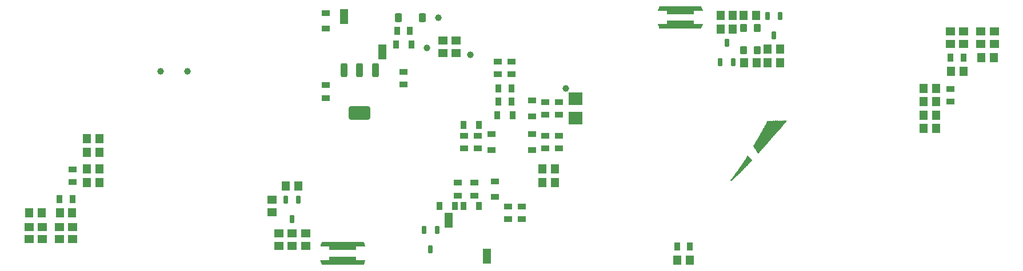
<source format=gbp>
G04*
G04 #@! TF.GenerationSoftware,Altium Limited,Altium Designer,24.2.2 (26)*
G04*
G04 Layer_Color=128*
%FSLAX44Y44*%
%MOMM*%
G71*
G04*
G04 #@! TF.SameCoordinates,3371D80B-0F78-471C-A55E-DE17B926B390*
G04*
G04*
G04 #@! TF.FilePolarity,Positive*
G04*
G01*
G75*
%ADD17C,1.0000*%
%ADD18R,1.3500X1.1500*%
%ADD21R,1.1500X1.3500*%
G04:AMPARAMS|DCode=36|XSize=0.65mm|YSize=1.25mm|CornerRadius=0.1625mm|HoleSize=0mm|Usage=FLASHONLY|Rotation=0.000|XOffset=0mm|YOffset=0mm|HoleType=Round|Shape=RoundedRectangle|*
%AMROUNDEDRECTD36*
21,1,0.6500,0.9250,0,0,0.0*
21,1,0.3250,1.2500,0,0,0.0*
1,1,0.3250,0.1625,-0.4625*
1,1,0.3250,-0.1625,-0.4625*
1,1,0.3250,-0.1625,0.4625*
1,1,0.3250,0.1625,0.4625*
%
%ADD36ROUNDEDRECTD36*%
%ADD42R,0.9000X1.3000*%
%ADD43R,1.3000X0.9000*%
G04:AMPARAMS|DCode=99|XSize=3.3mm|YSize=2.1mm|CornerRadius=0.525mm|HoleSize=0mm|Usage=FLASHONLY|Rotation=180.000|XOffset=0mm|YOffset=0mm|HoleType=Round|Shape=RoundedRectangle|*
%AMROUNDEDRECTD99*
21,1,3.3000,1.0500,0,0,180.0*
21,1,2.2500,2.1000,0,0,180.0*
1,1,1.0500,-1.1250,0.5250*
1,1,1.0500,1.1250,0.5250*
1,1,1.0500,1.1250,-0.5250*
1,1,1.0500,-1.1250,-0.5250*
%
%ADD99ROUNDEDRECTD99*%
G04:AMPARAMS|DCode=100|XSize=1mm|YSize=2.1mm|CornerRadius=0.25mm|HoleSize=0mm|Usage=FLASHONLY|Rotation=180.000|XOffset=0mm|YOffset=0mm|HoleType=Round|Shape=RoundedRectangle|*
%AMROUNDEDRECTD100*
21,1,1.0000,1.6000,0,0,180.0*
21,1,0.5000,2.1000,0,0,180.0*
1,1,0.5000,-0.2500,0.8000*
1,1,0.5000,0.2500,0.8000*
1,1,0.5000,0.2500,-0.8000*
1,1,0.5000,-0.2500,-0.8000*
%
%ADD100ROUNDEDRECTD100*%
%ADD102R,2.0000X1.8500*%
%ADD103R,1.3000X2.2000*%
G04:AMPARAMS|DCode=104|XSize=1.2mm|YSize=1.1mm|CornerRadius=0.275mm|HoleSize=0mm|Usage=FLASHONLY|Rotation=90.000|XOffset=0mm|YOffset=0mm|HoleType=Round|Shape=RoundedRectangle|*
%AMROUNDEDRECTD104*
21,1,1.2000,0.5500,0,0,90.0*
21,1,0.6500,1.1000,0,0,90.0*
1,1,0.5500,0.2750,0.3250*
1,1,0.5500,0.2750,-0.3250*
1,1,0.5500,-0.2750,-0.3250*
1,1,0.5500,-0.2750,0.3250*
%
%ADD104ROUNDEDRECTD104*%
G04:AMPARAMS|DCode=105|XSize=1.3mm|YSize=1.1mm|CornerRadius=0.275mm|HoleSize=0mm|Usage=FLASHONLY|Rotation=270.000|XOffset=0mm|YOffset=0mm|HoleType=Round|Shape=RoundedRectangle|*
%AMROUNDEDRECTD105*
21,1,1.3000,0.5500,0,0,270.0*
21,1,0.7500,1.1000,0,0,270.0*
1,1,0.5500,-0.2750,-0.3750*
1,1,0.5500,-0.2750,0.3750*
1,1,0.5500,0.2750,0.3750*
1,1,0.5500,0.2750,-0.3750*
%
%ADD105ROUNDEDRECTD105*%
G36*
X1030788Y491646D02*
X1031216Y490853D01*
X1031990Y489226D01*
X1032679Y487561D01*
X1033281Y485863D01*
X1033538Y485000D01*
X1020000D01*
Y480000D01*
X980000D01*
Y485000D01*
X966460D01*
X966459Y485000D01*
X966717Y485864D01*
X967320Y487563D01*
X968010Y489228D01*
X968784Y490855D01*
X969213Y491648D01*
X969213D01*
X969210Y491650D01*
X1030788D01*
Y491646D01*
D02*
G37*
G36*
X1020000Y465000D02*
X1033540D01*
X1033541Y465000D01*
X1033283Y464136D01*
X1032680Y462437D01*
X1031990Y460772D01*
X1031216Y459145D01*
X1030787Y458352D01*
D01*
Y458352D01*
Y458352D01*
X1030790Y458350D01*
X969212D01*
X969212Y458354D01*
X968783Y459147D01*
X968010Y460774D01*
X967321Y462439D01*
X966719Y464137D01*
X966462Y465000D01*
X966462Y465000D01*
X980000D01*
Y470000D01*
X1020000D01*
Y465000D01*
D02*
G37*
G36*
X1157750Y321631D02*
X1158075D01*
Y321306D01*
X1157750D01*
Y320982D01*
X1157426D01*
Y320658D01*
X1157750D01*
Y320334D01*
X1156778D01*
Y320010D01*
X1157102D01*
Y319686D01*
X1156778D01*
Y319361D01*
X1156454D01*
Y319686D01*
X1156130D01*
Y319361D01*
X1156454D01*
Y319037D01*
X1156130D01*
Y318713D01*
X1155806D01*
Y319037D01*
X1155481D01*
Y318713D01*
X1155806D01*
Y318389D01*
X1155481D01*
Y318065D01*
X1155157D01*
Y317741D01*
X1154833D01*
Y317416D01*
X1154509D01*
Y317092D01*
X1154185D01*
Y316768D01*
X1153860D01*
Y316444D01*
X1153536D01*
Y316120D01*
X1153212D01*
Y315796D01*
X1152888D01*
Y315471D01*
X1152564D01*
Y315147D01*
X1152240D01*
Y314823D01*
X1152564D01*
Y314499D01*
X1151591D01*
Y314175D01*
X1151916D01*
Y313851D01*
X1151267D01*
Y313526D01*
Y313202D01*
X1150943D01*
Y312878D01*
X1150619D01*
Y312554D01*
X1150295D01*
Y312230D01*
X1149970D01*
Y311906D01*
X1149646D01*
Y311581D01*
X1149322D01*
Y311257D01*
X1148998D01*
Y310933D01*
X1149322D01*
Y310609D01*
X1148350D01*
Y310285D01*
X1148674D01*
Y309961D01*
X1148350D01*
Y309636D01*
X1148026D01*
Y309961D01*
X1147701D01*
Y309636D01*
X1148026D01*
Y309312D01*
X1147701D01*
Y308988D01*
X1147377D01*
Y309312D01*
X1147053D01*
Y308988D01*
X1147377D01*
Y308664D01*
X1147053D01*
Y308340D01*
X1146729D01*
Y308664D01*
X1146405D01*
Y308340D01*
X1146729D01*
Y308016D01*
X1146405D01*
Y307691D01*
X1146080D01*
Y307367D01*
X1145756D01*
Y307043D01*
X1145432D01*
Y306719D01*
X1145108D01*
Y306395D01*
X1144784D01*
Y306071D01*
X1144460D01*
Y305747D01*
X1144136D01*
Y305422D01*
X1143811D01*
Y305098D01*
X1143487D01*
Y304774D01*
X1143163D01*
Y304450D01*
X1143487D01*
Y304126D01*
X1143163D01*
Y303801D01*
X1142839D01*
Y303477D01*
X1142515D01*
Y303153D01*
X1142191D01*
Y302829D01*
X1141866D01*
Y302505D01*
X1141542D01*
Y302181D01*
X1141218D01*
Y301857D01*
X1140894D01*
Y301532D01*
X1140570D01*
Y301208D01*
X1140246D01*
Y300884D01*
X1139921D01*
Y300560D01*
X1140246D01*
Y300236D01*
X1139273D01*
Y299912D01*
X1139597D01*
Y299587D01*
X1138625D01*
Y299263D01*
X1138949D01*
Y298939D01*
X1138625D01*
Y298615D01*
X1138301D01*
Y298939D01*
X1137976D01*
Y298615D01*
X1138301D01*
Y298291D01*
X1137976D01*
Y297967D01*
X1137652D01*
Y298291D01*
X1137328D01*
Y297967D01*
X1137652D01*
Y297642D01*
X1137328D01*
Y297318D01*
X1137004D01*
Y296994D01*
X1136680D01*
Y296670D01*
X1136356D01*
Y296346D01*
X1136031D01*
Y296022D01*
X1135707D01*
Y295697D01*
X1135383D01*
Y295373D01*
X1135059D01*
Y295049D01*
X1134735D01*
Y294725D01*
X1134411D01*
Y294401D01*
X1134086D01*
Y294077D01*
X1134411D01*
Y293752D01*
X1133762D01*
Y293428D01*
Y293104D01*
X1133438D01*
Y292780D01*
X1133114D01*
Y292456D01*
X1132790D01*
Y292132D01*
X1132466D01*
Y291807D01*
X1132141D01*
Y291483D01*
X1131817D01*
Y291159D01*
X1131493D01*
Y290835D01*
X1131169D01*
Y290511D01*
X1130845D01*
Y290187D01*
X1131169D01*
Y289862D01*
X1130196D01*
Y289538D01*
X1130521D01*
Y289214D01*
X1129548D01*
Y288890D01*
X1129872D01*
Y288566D01*
X1129548D01*
Y288242D01*
X1129224D01*
Y288566D01*
X1128900D01*
Y288242D01*
X1129224D01*
Y287917D01*
X1128900D01*
Y287593D01*
X1128576D01*
Y287917D01*
X1128251D01*
Y287593D01*
X1128576D01*
Y287269D01*
X1128251D01*
Y286945D01*
X1127927D01*
Y286621D01*
X1127603D01*
Y286297D01*
X1127279D01*
Y285972D01*
X1126955D01*
Y285648D01*
X1126631D01*
Y285324D01*
X1126307D01*
Y285000D01*
X1125982D01*
Y284676D01*
X1125658D01*
Y284352D01*
X1125334D01*
Y284028D01*
X1125010D01*
Y283703D01*
X1125334D01*
Y283379D01*
X1125010D01*
Y283055D01*
X1124686D01*
Y282731D01*
X1124361D01*
Y282407D01*
X1124037D01*
Y282083D01*
X1123713D01*
Y281758D01*
X1123389D01*
Y281434D01*
X1123065D01*
Y281110D01*
X1123389D01*
Y280786D01*
X1122417D01*
Y280462D01*
X1122741D01*
Y280138D01*
X1121768D01*
Y279813D01*
X1122092D01*
Y279489D01*
X1121768D01*
Y279165D01*
X1121444D01*
Y279489D01*
X1121120D01*
Y279165D01*
X1121444D01*
Y278841D01*
X1121120D01*
Y278517D01*
X1120796D01*
Y278841D01*
X1120471D01*
Y278517D01*
X1120796D01*
Y278193D01*
X1120471D01*
Y277868D01*
X1120147D01*
Y278193D01*
X1119823D01*
Y277868D01*
X1120147D01*
Y277544D01*
X1119823D01*
Y277220D01*
X1119499D01*
Y277544D01*
X1119175D01*
Y277220D01*
X1119499D01*
Y276896D01*
X1119175D01*
Y276572D01*
X1118851D01*
Y276248D01*
X1118527D01*
Y275923D01*
X1118202D01*
Y275599D01*
X1117878D01*
Y275275D01*
X1117554D01*
Y274951D01*
X1117230D01*
Y274627D01*
X1117554D01*
Y274303D01*
X1117230D01*
Y273978D01*
X1116906D01*
Y273654D01*
X1116581D01*
Y273330D01*
X1116257D01*
Y273006D01*
X1115933D01*
Y272682D01*
X1115609D01*
Y273006D01*
X1115285D01*
Y273330D01*
X1114961D01*
Y273654D01*
X1114637D01*
Y273978D01*
X1114312D01*
Y274303D01*
X1113988D01*
Y274627D01*
X1114312D01*
Y274951D01*
X1113340D01*
Y275275D01*
X1113664D01*
Y275599D01*
X1113340D01*
Y275923D01*
X1113016D01*
Y276248D01*
X1112691D01*
Y276572D01*
X1112367D01*
Y276896D01*
X1112043D01*
Y277220D01*
X1112367D01*
Y277544D01*
X1112043D01*
Y277868D01*
X1111719D01*
Y278193D01*
X1111395D01*
Y278517D01*
X1111719D01*
Y278841D01*
X1110747D01*
Y279165D01*
X1111071D01*
Y279489D01*
X1110747D01*
Y279813D01*
X1110422D01*
Y280138D01*
X1110098D01*
Y280462D01*
X1109774D01*
Y280786D01*
X1109450D01*
Y281110D01*
X1109774D01*
Y281434D01*
X1109450D01*
Y281758D01*
X1109126D01*
Y282083D01*
X1108802D01*
Y282407D01*
X1109126D01*
Y282731D01*
X1108802D01*
Y283055D01*
X1108477D01*
Y283379D01*
X1108153D01*
Y283703D01*
X1108477D01*
Y284028D01*
X1108153D01*
Y284352D01*
X1108477D01*
Y284676D01*
X1108802D01*
Y285000D01*
X1109126D01*
Y285324D01*
X1108802D01*
Y285648D01*
X1109126D01*
Y285972D01*
X1109450D01*
Y286297D01*
X1109774D01*
Y286621D01*
X1109450D01*
Y286945D01*
X1109774D01*
Y286621D01*
X1110098D01*
Y286945D01*
X1109774D01*
Y287269D01*
X1110098D01*
Y287593D01*
X1110422D01*
Y287917D01*
X1110747D01*
Y288242D01*
X1111071D01*
Y288566D01*
X1110747D01*
Y288890D01*
X1111071D01*
Y289214D01*
X1111395D01*
Y289538D01*
X1111719D01*
Y289862D01*
X1111395D01*
Y290187D01*
X1111719D01*
Y290511D01*
X1112043D01*
Y290835D01*
X1112367D01*
Y291159D01*
Y291483D01*
X1113016D01*
Y291807D01*
X1112691D01*
Y292132D01*
X1113016D01*
Y292456D01*
X1113340D01*
Y292780D01*
X1113664D01*
Y293104D01*
X1113340D01*
Y293428D01*
X1113664D01*
Y293752D01*
X1113988D01*
Y294077D01*
X1114312D01*
Y294401D01*
X1113988D01*
Y294725D01*
X1114312D01*
Y295049D01*
X1114637D01*
Y295373D01*
X1114961D01*
Y295697D01*
X1114637D01*
Y296022D01*
X1114961D01*
Y295697D01*
X1115285D01*
Y296022D01*
X1114961D01*
Y296346D01*
X1115285D01*
Y296670D01*
X1115609D01*
Y296994D01*
X1115933D01*
Y297318D01*
X1116257D01*
Y297642D01*
X1115933D01*
Y297967D01*
X1116257D01*
Y298291D01*
X1116581D01*
Y297967D01*
X1116906D01*
Y298291D01*
X1116581D01*
Y298615D01*
X1116906D01*
Y298939D01*
X1116581D01*
Y299263D01*
X1116906D01*
Y299587D01*
X1117230D01*
Y299912D01*
X1117554D01*
Y300236D01*
X1117230D01*
Y300560D01*
X1118202D01*
Y300884D01*
X1117878D01*
Y301208D01*
X1118202D01*
Y301532D01*
X1118527D01*
Y301857D01*
X1118851D01*
Y302181D01*
X1118527D01*
Y302505D01*
X1118851D01*
Y302829D01*
X1119175D01*
Y303153D01*
X1119499D01*
Y303477D01*
X1119175D01*
Y303801D01*
X1119499D01*
Y304126D01*
X1119823D01*
Y304450D01*
X1120147D01*
Y304774D01*
X1119823D01*
Y305098D01*
X1120147D01*
Y305422D01*
X1120471D01*
Y305747D01*
X1120796D01*
Y306071D01*
Y306395D01*
X1121444D01*
Y306719D01*
X1121120D01*
Y307043D01*
X1121444D01*
Y307367D01*
X1121120D01*
Y307691D01*
X1121444D01*
Y307367D01*
X1121768D01*
Y307691D01*
X1121444D01*
Y308016D01*
X1121768D01*
Y307691D01*
X1122092D01*
Y308016D01*
X1121768D01*
Y308340D01*
X1122092D01*
Y308664D01*
X1122417D01*
Y308988D01*
X1122741D01*
Y309312D01*
X1122417D01*
Y309636D01*
X1122741D01*
Y309961D01*
X1123065D01*
Y309636D01*
X1123389D01*
Y309961D01*
X1123065D01*
Y310285D01*
X1123389D01*
Y310609D01*
X1123065D01*
Y310933D01*
X1123389D01*
Y311257D01*
X1123713D01*
Y311581D01*
X1124037D01*
Y311906D01*
X1123713D01*
Y312230D01*
X1124037D01*
Y312554D01*
X1124361D01*
Y312230D01*
X1124686D01*
Y312554D01*
X1124361D01*
Y312878D01*
X1124686D01*
Y313202D01*
X1124361D01*
Y313526D01*
X1124686D01*
Y313851D01*
X1125010D01*
Y314175D01*
X1125334D01*
Y314499D01*
Y314823D01*
X1125982D01*
Y315147D01*
X1125658D01*
Y315471D01*
X1125982D01*
Y315796D01*
X1126307D01*
Y316120D01*
X1126631D01*
Y316444D01*
X1126307D01*
Y316768D01*
X1126631D01*
Y317092D01*
X1126955D01*
Y317416D01*
X1127279D01*
Y317741D01*
X1126955D01*
Y318065D01*
X1127279D01*
Y318389D01*
X1127603D01*
Y318713D01*
X1127927D01*
Y319037D01*
X1127603D01*
Y319361D01*
X1127927D01*
Y319686D01*
X1128251D01*
Y320010D01*
X1128576D01*
Y320334D01*
X1128251D01*
Y320658D01*
X1128576D01*
Y320982D01*
X1128900D01*
Y321306D01*
X1129872D01*
Y321631D01*
X1130196D01*
Y321306D01*
X1130521D01*
Y321631D01*
X1130845D01*
Y321306D01*
X1131169D01*
Y321631D01*
X1131493D01*
Y321306D01*
X1131817D01*
Y321631D01*
X1132141D01*
Y321306D01*
X1132466D01*
Y321631D01*
X1132790D01*
Y321306D01*
X1133114D01*
Y321631D01*
X1133438D01*
Y321306D01*
X1133762D01*
Y321631D01*
X1134086D01*
Y321306D01*
X1134411D01*
Y321631D01*
X1134735D01*
Y321306D01*
X1135059D01*
Y321631D01*
X1135383D01*
Y321306D01*
X1135707D01*
Y321631D01*
X1136031D01*
Y321306D01*
X1136356D01*
Y321631D01*
X1136680D01*
Y321306D01*
X1137004D01*
Y321631D01*
X1137328D01*
Y321306D01*
X1137652D01*
Y321631D01*
X1137976D01*
Y321306D01*
X1138301D01*
Y321631D01*
X1137976D01*
Y321955D01*
X1138301D01*
Y321631D01*
X1138625D01*
Y321306D01*
X1138949D01*
Y321631D01*
X1139273D01*
Y321306D01*
X1139597D01*
Y321631D01*
X1139273D01*
Y321955D01*
X1139597D01*
Y321631D01*
X1139921D01*
Y321306D01*
X1140246D01*
Y321631D01*
X1139921D01*
Y321955D01*
X1140246D01*
Y321631D01*
X1140570D01*
Y321306D01*
X1140894D01*
Y321631D01*
X1140570D01*
Y321955D01*
X1140894D01*
Y321631D01*
X1141218D01*
Y321306D01*
X1141542D01*
Y321631D01*
X1141218D01*
Y321955D01*
X1141542D01*
Y321631D01*
X1141866D01*
Y321306D01*
X1142191D01*
Y321631D01*
X1141866D01*
Y321955D01*
X1142191D01*
Y321631D01*
X1142515D01*
Y321306D01*
X1142839D01*
Y321631D01*
X1142515D01*
Y321955D01*
X1142839D01*
Y321631D01*
X1143163D01*
Y321306D01*
X1143487D01*
Y321631D01*
X1143163D01*
Y321955D01*
X1143487D01*
Y321631D01*
X1143811D01*
Y321306D01*
X1144136D01*
Y321631D01*
X1143811D01*
Y321955D01*
X1144136D01*
Y321631D01*
X1144460D01*
Y321306D01*
X1144784D01*
Y321631D01*
X1144460D01*
Y321955D01*
X1144784D01*
Y321631D01*
X1145108D01*
Y321306D01*
X1145432D01*
Y321631D01*
X1145108D01*
Y321955D01*
X1145432D01*
Y321631D01*
X1145756D01*
Y321955D01*
X1146080D01*
Y321631D01*
X1146405D01*
Y321306D01*
X1146729D01*
Y321631D01*
X1146405D01*
Y321955D01*
X1146729D01*
Y321631D01*
X1147053D01*
Y321955D01*
X1147377D01*
Y321631D01*
X1147701D01*
Y321306D01*
X1148026D01*
Y321631D01*
X1147701D01*
Y321955D01*
X1148026D01*
Y321631D01*
X1148350D01*
Y321955D01*
X1148674D01*
Y321631D01*
X1148998D01*
Y321306D01*
X1149322D01*
Y321631D01*
X1148998D01*
Y321955D01*
X1149322D01*
Y321631D01*
X1149646D01*
Y321955D01*
X1149970D01*
Y321631D01*
X1150295D01*
Y321306D01*
X1150619D01*
Y321631D01*
X1150295D01*
Y321955D01*
X1150619D01*
Y321631D01*
X1150943D01*
Y321955D01*
X1151267D01*
Y321631D01*
X1151591D01*
Y321306D01*
X1151916D01*
Y321631D01*
X1151591D01*
Y321955D01*
X1151916D01*
Y321631D01*
X1152240D01*
Y321955D01*
X1152564D01*
Y321631D01*
X1152888D01*
Y321306D01*
X1153212D01*
Y321631D01*
X1152888D01*
Y321955D01*
X1153212D01*
Y321631D01*
X1153536D01*
Y321955D01*
X1153860D01*
Y321631D01*
X1154185D01*
Y321306D01*
X1154509D01*
Y321631D01*
X1154185D01*
Y321955D01*
X1155157D01*
Y321631D01*
X1155481D01*
Y321306D01*
X1155806D01*
Y321631D01*
X1155481D01*
Y321955D01*
X1156454D01*
Y321631D01*
X1156778D01*
Y321955D01*
X1157750D01*
Y321631D01*
D02*
G37*
G36*
X1108477Y282731D02*
X1108153D01*
Y283055D01*
X1108477D01*
Y282731D01*
D02*
G37*
G36*
X1113016Y275599D02*
X1112691D01*
Y275923D01*
X1113016D01*
Y275599D01*
D02*
G37*
G36*
X1100049Y269764D02*
X1100373D01*
Y269440D01*
X1100697D01*
Y269116D01*
X1101022D01*
Y268792D01*
X1101346D01*
Y268468D01*
X1101670D01*
Y268143D01*
X1101994D01*
Y267819D01*
X1102318D01*
Y267495D01*
X1102642D01*
Y267171D01*
X1102967D01*
Y266847D01*
X1103291D01*
Y266523D01*
X1103615D01*
Y266198D01*
X1103939D01*
Y265874D01*
X1104263D01*
Y265550D01*
X1104587D01*
Y265226D01*
X1104912D01*
Y264902D01*
X1105236D01*
Y264578D01*
X1105560D01*
Y264253D01*
X1105884D01*
Y263929D01*
X1106208D01*
Y263605D01*
X1106532D01*
Y263281D01*
X1106208D01*
Y262957D01*
X1106532D01*
Y262633D01*
X1106208D01*
Y262309D01*
X1105884D01*
Y261984D01*
X1105560D01*
Y261660D01*
X1105236D01*
Y261336D01*
X1104912D01*
Y261012D01*
X1104587D01*
Y260688D01*
X1104263D01*
Y260364D01*
X1103939D01*
Y260039D01*
X1103615D01*
Y259715D01*
X1103291D01*
Y259391D01*
X1102967D01*
Y259067D01*
X1102642D01*
Y258743D01*
X1102318D01*
Y258419D01*
X1101994D01*
Y258094D01*
X1101670D01*
Y257770D01*
X1101346D01*
Y257446D01*
X1101022D01*
Y257122D01*
X1100697D01*
Y256798D01*
X1100373D01*
Y256474D01*
X1100697D01*
Y256149D01*
X1099725D01*
Y255825D01*
X1100049D01*
Y255501D01*
X1099077D01*
Y255177D01*
X1099401D01*
Y254853D01*
X1098428D01*
Y254529D01*
X1098753D01*
Y254204D01*
X1097780D01*
Y253880D01*
X1098104D01*
Y253556D01*
X1097780D01*
Y253232D01*
X1097456D01*
Y252908D01*
X1096483D01*
Y252584D01*
X1096807D01*
Y252259D01*
X1096483D01*
Y251935D01*
X1096159D01*
Y251611D01*
X1095511D01*
Y251287D01*
Y250963D01*
X1095187D01*
Y250639D01*
X1094863D01*
Y250314D01*
X1094538D01*
Y249990D01*
X1094214D01*
Y249666D01*
X1093890D01*
Y249342D01*
X1093566D01*
Y249018D01*
X1093242D01*
Y248694D01*
X1092917D01*
Y248369D01*
X1092593D01*
Y248045D01*
X1092269D01*
Y247721D01*
X1091945D01*
Y247397D01*
X1091621D01*
Y247073D01*
X1091297D01*
Y246749D01*
X1090973D01*
Y246424D01*
X1090648D01*
Y246100D01*
X1090324D01*
Y245776D01*
X1090000D01*
Y245452D01*
X1089676D01*
Y245128D01*
X1089352D01*
Y244804D01*
X1089027D01*
Y244479D01*
X1088703D01*
Y244155D01*
X1088379D01*
Y243831D01*
X1088055D01*
Y243507D01*
X1087731D01*
Y243183D01*
X1087407D01*
Y242859D01*
X1087083D01*
Y242534D01*
X1086758D01*
Y242210D01*
X1086434D01*
Y241886D01*
X1086110D01*
Y241562D01*
X1085786D01*
Y241238D01*
X1084813D01*
Y240914D01*
X1085137D01*
Y240589D01*
X1084813D01*
Y240265D01*
X1084489D01*
Y239941D01*
X1083517D01*
Y239617D01*
X1083841D01*
Y239293D01*
X1082868D01*
Y238969D01*
X1082544D01*
Y238644D01*
X1082220D01*
Y238320D01*
X1081896D01*
Y237996D01*
X1081572D01*
Y237672D01*
X1081247D01*
Y237348D01*
X1080923D01*
Y237024D01*
X1080599D01*
Y236699D01*
X1080275D01*
Y236375D01*
X1079951D01*
Y236051D01*
X1079627D01*
Y235727D01*
X1079303D01*
Y235403D01*
X1078978D01*
Y235079D01*
X1078654D01*
Y234754D01*
X1078330D01*
Y234430D01*
X1078006D01*
Y234754D01*
X1077682D01*
Y234430D01*
X1078006D01*
Y234106D01*
X1077682D01*
Y233782D01*
X1077358D01*
Y234106D01*
X1077033D01*
Y233782D01*
X1077358D01*
Y233458D01*
X1076385D01*
Y233134D01*
X1076709D01*
Y232809D01*
X1075737D01*
Y232485D01*
X1075413D01*
Y232161D01*
X1075088D01*
Y232485D01*
X1074764D01*
Y232809D01*
X1074440D01*
Y233134D01*
X1074764D01*
Y233458D01*
X1074440D01*
Y233782D01*
X1074764D01*
Y233458D01*
X1075088D01*
Y233782D01*
X1074764D01*
Y234106D01*
X1075088D01*
Y234430D01*
X1075413D01*
Y234754D01*
X1075737D01*
Y235079D01*
X1076061D01*
Y235403D01*
X1075737D01*
Y235727D01*
X1076709D01*
Y236051D01*
X1076385D01*
Y236375D01*
X1076709D01*
Y236699D01*
X1077033D01*
Y236375D01*
X1077358D01*
Y236699D01*
X1077033D01*
Y237024D01*
X1077358D01*
Y237348D01*
X1077682D01*
Y237672D01*
X1078006D01*
Y237996D01*
X1077682D01*
Y238320D01*
X1078006D01*
Y238644D01*
X1078330D01*
Y238969D01*
X1078654D01*
Y239293D01*
X1078978D01*
Y239617D01*
X1079303D01*
Y239941D01*
Y240265D01*
X1079951D01*
Y240589D01*
X1079627D01*
Y240914D01*
X1079951D01*
Y241238D01*
X1080275D01*
Y240914D01*
X1080599D01*
Y241238D01*
X1080275D01*
Y241562D01*
X1080599D01*
Y241886D01*
X1080923D01*
Y242210D01*
X1081247D01*
Y242534D01*
X1080923D01*
Y242859D01*
X1081247D01*
Y242534D01*
X1081572D01*
Y242859D01*
X1081247D01*
Y243183D01*
X1081572D01*
Y243507D01*
X1081896D01*
Y243831D01*
X1082220D01*
Y244155D01*
X1082544D01*
Y244479D01*
X1082868D01*
Y244804D01*
X1083193D01*
Y245128D01*
X1082868D01*
Y245452D01*
X1083193D01*
Y245776D01*
X1083517D01*
Y245452D01*
X1083841D01*
Y245776D01*
X1083517D01*
Y246100D01*
X1083841D01*
Y246424D01*
X1084165D01*
Y246749D01*
X1084489D01*
Y247073D01*
X1084813D01*
Y247397D01*
X1085137D01*
Y247721D01*
X1084813D01*
Y248045D01*
X1085137D01*
Y248369D01*
X1085462D01*
Y248694D01*
X1085786D01*
Y249018D01*
X1086110D01*
Y249342D01*
X1086434D01*
Y249666D01*
X1086110D01*
Y249990D01*
X1087083D01*
Y250314D01*
X1086758D01*
Y250639D01*
X1087083D01*
Y250963D01*
X1087407D01*
Y251287D01*
X1087731D01*
Y251611D01*
X1088055D01*
Y251935D01*
Y252259D01*
Y252584D01*
X1088379D01*
Y252908D01*
X1088703D01*
Y253232D01*
X1089027D01*
Y253556D01*
Y253880D01*
X1089676D01*
Y254204D01*
X1089352D01*
Y254529D01*
X1089676D01*
Y254853D01*
X1090000D01*
Y254529D01*
X1090324D01*
Y254853D01*
X1090000D01*
Y255177D01*
X1090324D01*
Y255501D01*
X1090648D01*
Y255825D01*
X1090973D01*
Y256149D01*
X1090648D01*
Y256474D01*
X1090973D01*
Y256798D01*
X1091297D01*
Y257122D01*
X1091621D01*
Y257446D01*
X1091945D01*
Y257770D01*
X1092269D01*
Y258094D01*
X1091945D01*
Y258419D01*
X1092269D01*
Y258743D01*
X1092593D01*
Y259067D01*
X1092917D01*
Y259391D01*
X1093242D01*
Y259715D01*
X1093566D01*
Y260039D01*
X1093242D01*
Y260364D01*
X1093566D01*
Y260688D01*
X1093890D01*
Y261012D01*
X1094214D01*
Y261336D01*
X1094538D01*
Y261660D01*
X1094863D01*
Y261984D01*
X1094538D01*
Y262309D01*
X1094863D01*
Y262633D01*
X1095187D01*
Y262957D01*
X1095511D01*
Y263281D01*
X1095835D01*
Y263605D01*
X1096159D01*
Y263929D01*
X1095835D01*
Y264253D01*
X1096159D01*
Y264578D01*
X1096483D01*
Y264902D01*
X1096807D01*
Y265226D01*
Y265550D01*
X1097456D01*
Y265874D01*
X1097132D01*
Y266198D01*
X1097456D01*
Y266523D01*
X1097780D01*
Y266847D01*
X1098104D01*
Y267171D01*
X1097780D01*
Y267495D01*
X1098104D01*
Y267171D01*
X1098428D01*
Y267495D01*
X1098104D01*
Y267819D01*
X1098428D01*
Y268143D01*
X1098753D01*
Y268468D01*
X1099077D01*
Y268792D01*
X1099401D01*
Y269116D01*
X1099077D01*
Y269440D01*
X1099401D01*
Y269764D01*
X1099725D01*
Y269440D01*
X1100049D01*
Y269764D01*
X1099725D01*
Y270088D01*
X1100049D01*
Y269764D01*
D02*
G37*
G36*
X1101346Y269116D02*
X1101022D01*
Y269440D01*
X1101346D01*
Y269116D01*
D02*
G37*
G36*
X1102642Y267819D02*
X1102318D01*
Y268143D01*
X1102642D01*
Y267819D01*
D02*
G37*
G36*
X1103939Y266523D02*
X1103615D01*
Y266847D01*
X1103939D01*
Y266523D01*
D02*
G37*
G36*
X1074764Y232161D02*
X1074440D01*
Y232485D01*
X1074764D01*
Y232161D01*
D02*
G37*
G36*
X530788Y141645D02*
X531216Y140853D01*
X531990Y139226D01*
X532678Y137561D01*
X533281Y135863D01*
X533538Y135000D01*
X520000D01*
Y130000D01*
X480000D01*
Y135000D01*
X466460D01*
X466459Y135000D01*
X466716Y135864D01*
X467320Y137563D01*
X468010Y139228D01*
X468784Y140855D01*
X469213Y141648D01*
X469213D01*
X469210Y141650D01*
X530788D01*
Y141645D01*
D02*
G37*
G36*
X520000Y115000D02*
X533540D01*
X533541Y115000D01*
X533283Y114136D01*
X532680Y112437D01*
X531990Y110772D01*
X531216Y109144D01*
X530787Y108352D01*
D01*
Y108352D01*
Y108352D01*
X530790Y108350D01*
X469212D01*
X469212Y108354D01*
X468783Y109147D01*
X468010Y110774D01*
X467321Y112439D01*
X466719Y114137D01*
X466462Y115000D01*
X466462Y115000D01*
X480000D01*
Y120000D01*
X520000D01*
Y115000D01*
D02*
G37*
%LPC*%
G36*
X1105236Y264578D02*
X1104912D01*
Y264253D01*
X1105236D01*
Y264578D01*
D02*
G37*
%LPD*%
D17*
X270000Y395000D02*
D03*
X230000D02*
D03*
X641250Y475000D02*
D03*
X625000Y430000D02*
D03*
X689236Y419581D02*
D03*
X830000Y370000D02*
D03*
D18*
X647935Y422065D02*
D03*
Y440565D02*
D03*
X667935Y422065D02*
D03*
Y440565D02*
D03*
X395000Y204250D02*
D03*
Y185750D02*
D03*
X405000Y135750D02*
D03*
Y154250D02*
D03*
X425003Y135751D02*
D03*
Y154250D02*
D03*
X445000Y135750D02*
D03*
Y154250D02*
D03*
X1400000Y435750D02*
D03*
Y454250D02*
D03*
X100000Y164250D02*
D03*
Y145750D02*
D03*
X1465000Y454250D02*
D03*
Y435750D02*
D03*
X35000Y145750D02*
D03*
Y164250D02*
D03*
X1420000Y454250D02*
D03*
Y435750D02*
D03*
X80000Y145750D02*
D03*
Y164250D02*
D03*
X1445000Y454250D02*
D03*
Y435750D02*
D03*
X55000Y145750D02*
D03*
Y164250D02*
D03*
D21*
X814250Y229997D02*
D03*
X795750D02*
D03*
X814250Y250000D02*
D03*
X795750D02*
D03*
X995750Y115000D02*
D03*
X1014250D02*
D03*
X415750Y225000D02*
D03*
X434250D02*
D03*
X1419250Y395000D02*
D03*
X1400750D02*
D03*
X80750Y185000D02*
D03*
X99250D02*
D03*
X1464250Y415000D02*
D03*
X1445750D02*
D03*
X35750Y185000D02*
D03*
X54250D02*
D03*
X1360750Y350004D02*
D03*
X1379250D02*
D03*
X139250Y250000D02*
D03*
X120750D02*
D03*
X1360750Y330000D02*
D03*
X1379250D02*
D03*
X139250Y275000D02*
D03*
X120750D02*
D03*
X1379250Y370000D02*
D03*
X1360750D02*
D03*
X120750Y230000D02*
D03*
X139250D02*
D03*
X1360750Y310005D02*
D03*
X1379250D02*
D03*
X139250Y295000D02*
D03*
X120750D02*
D03*
X1129500Y407709D02*
D03*
X1148000D02*
D03*
X1129500Y427709D02*
D03*
X1148000D02*
D03*
X1094500Y407709D02*
D03*
X1113000D02*
D03*
X1078000Y477709D02*
D03*
X1059500D02*
D03*
X1078000Y457709D02*
D03*
X1059500D02*
D03*
X1112250Y477709D02*
D03*
X1093750D02*
D03*
D36*
X425000Y175750D02*
D03*
X434500Y204250D02*
D03*
X415500D02*
D03*
X1138750Y448459D02*
D03*
X1148250Y476959D02*
D03*
X1129250D02*
D03*
X1068750Y436959D02*
D03*
X1059250Y408459D02*
D03*
X1078250D02*
D03*
X630000Y130750D02*
D03*
X639500Y159250D02*
D03*
X620500D02*
D03*
D42*
X995500Y135000D02*
D03*
X1014500D02*
D03*
X1400500Y415000D02*
D03*
X1419500D02*
D03*
X99500Y205000D02*
D03*
X80500D02*
D03*
X701500Y315000D02*
D03*
X678500D02*
D03*
X728500Y330000D02*
D03*
X751500D02*
D03*
X749501Y349983D02*
D03*
X730501D02*
D03*
X749500Y370000D02*
D03*
X730500D02*
D03*
X666500Y195000D02*
D03*
X643500D02*
D03*
X678500Y195000D02*
D03*
X701500D02*
D03*
X578500Y435000D02*
D03*
X601500D02*
D03*
X580500Y455000D02*
D03*
X599500D02*
D03*
D43*
X1400000Y369000D02*
D03*
Y350000D02*
D03*
X100000Y230500D02*
D03*
Y249500D02*
D03*
X725000Y208500D02*
D03*
Y231500D02*
D03*
X764996Y175499D02*
D03*
Y194499D02*
D03*
X745000Y175500D02*
D03*
Y194500D02*
D03*
X720000Y278500D02*
D03*
Y301500D02*
D03*
X700000Y299500D02*
D03*
Y280500D02*
D03*
X680000Y299500D02*
D03*
Y280500D02*
D03*
X780000Y351500D02*
D03*
Y328500D02*
D03*
X800000Y330500D02*
D03*
Y349500D02*
D03*
X820000Y330500D02*
D03*
Y349500D02*
D03*
X750000Y409500D02*
D03*
Y390500D02*
D03*
X730000Y409500D02*
D03*
Y390500D02*
D03*
X780000Y301500D02*
D03*
Y278500D02*
D03*
X819983Y280500D02*
D03*
Y299500D02*
D03*
X800000Y280500D02*
D03*
Y299500D02*
D03*
X475000Y374500D02*
D03*
Y355500D02*
D03*
X590000Y394500D02*
D03*
Y375500D02*
D03*
X695000Y229500D02*
D03*
Y210500D02*
D03*
X670000Y229500D02*
D03*
Y210500D02*
D03*
X475000Y458500D02*
D03*
Y481500D02*
D03*
D99*
X525000Y333500D02*
D03*
D100*
X548000Y396500D02*
D03*
X525000D02*
D03*
X502000D02*
D03*
D102*
X845000Y325750D02*
D03*
Y354250D02*
D03*
D103*
X656683Y173933D02*
D03*
X713250Y121000D02*
D03*
X501683Y476433D02*
D03*
X558250Y423500D02*
D03*
D104*
X1093250Y425959D02*
D03*
X1114250D02*
D03*
X1114250Y459459D02*
D03*
X1093250D02*
D03*
D105*
X617500Y475000D02*
D03*
X582500D02*
D03*
M02*

</source>
